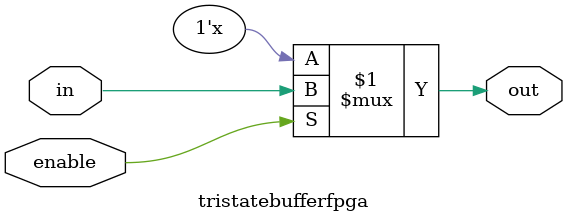
<source format=v>
module tristatebufferfpga (
    input wire in,      
    input wire enable,   
    output wire out      
);
    assign out = enable ? in : 1'bZ; 
endmodule
</source>
